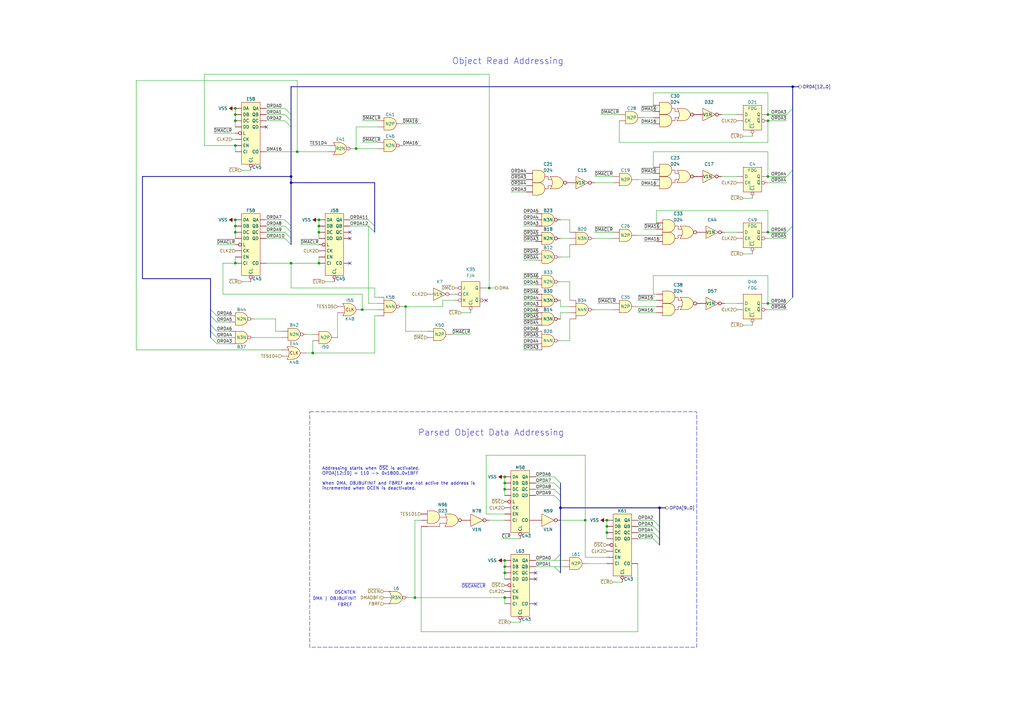
<source format=kicad_sch>
(kicad_sch (version 20231120) (generator "eeschema") (generator_version "8.0")
  (paper "A3")
  (title_block (title "Konami 007783") (date "2023-10-10"))
  (lib_symbols
    (symbol "ga_fujitsu_av:C43"
      (property "Reference" "U" (at 0 13.97 0))
      (property "Value" "C43" (at 2.54 -13.97 0))
      (symbol "C43_1_1"
        (rectangle (start -3.81 12.7) (end 3.81 -12.7) (fill (type background)))
        (pin input line (at -6.35 -7.62 0) (length 2.54) (name "CI") (number ""))
        (pin input line (at -6.35 -2.54 0) (length 2.54) (name "CK") (number ""))
        (pin input inverted (at 0 -15.24 90) (length 2.54) (name "CL") (number ""))
        (pin output line (at 6.35 -7.62 180) (length 2.54) (name "CO") (number ""))
        (pin input line (at -6.35 10.16 0) (length 2.54) (name "DA") (number ""))
        (pin input line (at -6.35 7.62 0) (length 2.54) (name "DB") (number ""))
        (pin input line (at -6.35 5.08 0) (length 2.54) (name "DC") (number ""))
        (pin input line (at -6.35 2.54 0) (length 2.54) (name "DD") (number ""))
        (pin input line (at -6.35 -5.08 0) (length 2.54) (name "EN") (number ""))
        (pin input inverted (at -6.35 0 0) (length 2.54) (name "L") (number ""))
        (pin output line (at 6.35 10.16 180) (length 2.54) (name "QA") (number ""))
        (pin output line (at 6.35 7.62 180) (length 2.54) (name "QB") (number ""))
        (pin output line (at 6.35 5.08 180) (length 2.54) (name "QC") (number ""))
        (pin output line (at 6.35 2.54 180) (length 2.54) (name "QD") (number ""))
      )
    )
    (symbol "ga_fujitsu_av:C45"
      (property "Reference" "U" (at 0 13.97 0))
      (property "Value" "C45" (at 2.54 -13.97 0))
      (symbol "C45_1_1"
        (rectangle (start -3.81 12.7) (end 3.81 -12.7) (fill (type background)))
        (pin input line (at -6.35 10.16 0) (length 2.54) (name "DA") (number "1"))
        (pin output line (at 6.35 10.16 180) (length 2.54) (name "QA") (number "10"))
        (pin output line (at 6.35 7.62 180) (length 2.54) (name "QB") (number "11"))
        (pin output line (at 6.35 5.08 180) (length 2.54) (name "QC") (number "12"))
        (pin output line (at 6.35 2.54 180) (length 2.54) (name "QD") (number "13"))
        (pin output line (at 6.35 -7.62 180) (length 2.54) (name "CO") (number "14"))
        (pin input line (at -6.35 7.62 0) (length 2.54) (name "DB") (number "2"))
        (pin input line (at -6.35 5.08 0) (length 2.54) (name "DC") (number "3"))
        (pin input line (at -6.35 2.54 0) (length 2.54) (name "DD") (number "4"))
        (pin input inverted (at -6.35 0 0) (length 2.54) (name "L") (number "5"))
        (pin input line (at -6.35 -2.54 0) (length 2.54) (name "CK") (number "6"))
        (pin input line (at -6.35 -5.08 0) (length 2.54) (name "EN") (number "7"))
        (pin input line (at -6.35 -7.62 0) (length 2.54) (name "CI") (number "8"))
        (pin input inverted (at 0 -15.24 90) (length 2.54) (name "CL") (number "9"))
      )
    )
    (symbol "ga_fujitsu_av:D23"
      (property "Reference" "U" (at 0 6.35 0))
      (property "Value" "D23" (at 0 3.81 0))
      (symbol "D23_1_1"
        (arc (start -3.81 -1.27) (mid -2.0837 -0.4563) (end -1.27 1.27) (fill (type background)))
        (arc (start -1.27 1.27) (mid -2.0139 3.0661) (end -3.81 3.81) (fill (type background)))
        (polyline (pts (xy 3.175 -2.54) (xy 0.889 -2.54)) (fill (type outline)))
        (polyline (pts (xy 3.175 2.54) (xy 0.889 2.54)) (fill (type background)))
        (polyline (pts (xy -1.27 1.27) (xy -0.635 1.27) (xy 1.524 1.27)))
        (polyline (pts (xy -3.81 3.81) (xy -6.35 3.81) (xy -6.35 -1.27) (xy -3.81 -1.27)) (fill (type background)))
        (polyline (pts (xy -6.35 -2.54) (xy -1.27 -2.54) (xy -1.27 -1.27) (xy 1.27 -1.27) (xy 1.524 -1.27)))
        (polyline (pts (xy 3.175 2.54) (xy 0.889 2.54) (xy 1.27 1.905) (xy 1.524 1.27) (xy 1.651 0.762) (xy 1.7018 0.4572) (xy 1.7272 0.1778) (xy 1.7272 -0.127) (xy 1.6764 -0.6604) (xy 1.6002 -1.016) (xy 1.4986 -1.3716) (xy 1.3716 -1.6764) (xy 1.1938 -2.0574) (xy 1.016 -2.3368) (xy 0.889 -2.54) (xy 3.175 -2.54)) (stroke (width -0.0001)) (fill (type background)))
        (arc (start 0.8973 -2.5398) (mid 1.7338 0.0001) (end 0.8971 2.54))
        (arc (start 3.175 -2.54) (mid 5.2091 -1.8283) (end 6.35 0) (fill (type background)))
        (arc (start 6.35 0) (mid 5.2094 1.8286) (end 3.175 2.54) (fill (type background)))
        (pin input line (at -8.89 -2.54 0) (length 2.54) (name "") (number ""))
        (pin input line (at -8.89 0 0) (length 2.54) (name "") (number ""))
        (pin input line (at -8.89 2.54 0) (length 2.54) (name "") (number ""))
        (pin output inverted (at 8.89 0 180) (length 2.54) (name "") (number ""))
      )
    )
    (symbol "ga_fujitsu_av:D24"
      (property "Reference" "U" (at 1.27 2.54 0))
      (property "Value" "D24" (at 1.27 -5.08 0))
      (symbol "D24_1_1"
        (arc (start -3.81 -6.35) (mid -2.0837 -5.5363) (end -1.27 -3.81) (fill (type background)))
        (arc (start -3.81 -1.27) (mid -2.0837 -0.4563) (end -1.27 1.27) (fill (type background)))
        (arc (start -1.27 -3.81) (mid -2.0139 -2.0139) (end -3.81 -1.27) (fill (type background)))
        (arc (start -1.27 1.27) (mid -2.0139 3.0661) (end -3.81 3.81) (fill (type background)))
        (polyline (pts (xy 3.175 -3.81) (xy 0.889 -3.81)) (fill (type outline)))
        (polyline (pts (xy 3.175 1.27) (xy 0.889 1.27)) (fill (type background)))
        (polyline (pts (xy -3.81 -1.27) (xy -6.35 -1.27) (xy -6.35 -6.35) (xy -3.81 -6.35)) (fill (type background)))
        (polyline (pts (xy -3.81 3.81) (xy -6.35 3.81) (xy -6.35 -1.27) (xy -3.81 -1.27)) (fill (type background)))
        (polyline (pts (xy -1.27 -3.81) (xy 0 -3.81) (xy 0 -2.54) (xy 1.524 -2.54)))
        (polyline (pts (xy -1.27 1.27) (xy 0 1.27) (xy 0 0) (xy 1.524 0)))
        (polyline (pts (xy 3.175 1.27) (xy 0.889 1.27) (xy 1.27 0.635) (xy 1.524 0) (xy 1.651 -0.508) (xy 1.7018 -0.8128) (xy 1.7272 -1.0922) (xy 1.7272 -1.397) (xy 1.6764 -1.9304) (xy 1.6002 -2.286) (xy 1.4986 -2.6416) (xy 1.3716 -2.9464) (xy 1.1938 -3.3274) (xy 1.016 -3.6068) (xy 0.889 -3.81) (xy 3.175 -3.81)) (stroke (width -0.0001)) (fill (type background)))
        (arc (start 0.8973 -3.8098) (mid 1.7338 -1.2699) (end 0.8971 1.27))
        (arc (start 3.175 -3.81) (mid 5.2091 -3.0983) (end 6.35 -1.27) (fill (type background)))
        (arc (start 6.35 -1.27) (mid 5.2094 0.5586) (end 3.175 1.27) (fill (type background)))
        (pin input line (at -8.89 -5.08 0) (length 2.54) (name "") (number ""))
        (pin input line (at -8.89 -2.54 0) (length 2.54) (name "") (number ""))
        (pin input line (at -8.89 0 0) (length 2.54) (name "") (number ""))
        (pin input line (at -8.89 2.54 0) (length 2.54) (name "") (number ""))
        (pin output inverted (at 8.89 -1.27 180) (length 2.54) (name "") (number ""))
      )
    )
    (symbol "ga_fujitsu_av:FDG"
      (property "Reference" "U" (at 0 6.35 0))
      (property "Value" "FDG" (at 0 3.81 0))
      (symbol "FDG_1_1"
        (rectangle (start -3.81 5.08) (end 3.81 -5.08) (fill (type background)))
        (pin input line (at -6.35 -1.27 0) (length 2.54) (name "CK") (number ""))
        (pin input line (at -6.35 1.27 0) (length 2.54) (name "D") (number ""))
        (pin output line (at 6.35 1.27 180) (length 2.54) (name "Q") (number ""))
        (pin input inverted (at 0 -7.62 90) (length 2.54) (name "~{CL}") (number ""))
        (pin output inverted (at 6.35 -1.27 180) (length 2.54) (name "~{Q}") (number ""))
      )
    )
    (symbol "ga_fujitsu_av:FJ4"
      (property "Reference" "U" (at 1.27 5.08 0))
      (property "Value" "FJ4" (at 2.54 -7.62 0))
      (symbol "FJ4_1_1"
        (rectangle (start -3.81 3.81) (end 3.81 -6.35) (fill (type background)))
        (pin input inverted (at -6.35 -1.27 0) (length 2.54) (name "CK") (number ""))
        (pin input inverted (at 0 -8.89 90) (length 2.54) (name "CL") (number ""))
        (pin input inverted (at -6.35 1.27 0) (length 2.54) (name "J") (number ""))
        (pin input inverted (at -6.35 -3.81 0) (length 2.54) (name "K") (number ""))
        (pin output line (at 6.35 1.27 180) (length 2.54) (name "Q") (number ""))
        (pin output inverted (at 6.35 -3.81 180) (length 2.54) (name "~{Q}") (number ""))
      )
    )
    (symbol "ga_fujitsu_av:K4B"
      (property "Reference" "U" (at 0 3.81 0))
      (property "Value" "K4B" (at 0 -3.81 0))
      (symbol "K4B_1_1"
        (arc (start -2.9127 -2.5398) (mid -2.0762 0.0001) (end -2.9129 2.54))
        (arc (start -0.635 -2.54) (mid 1.3992 -1.8283) (end 2.54 0) (fill (type background)))
        (polyline (pts (xy -0.635 -2.54) (xy -2.921 -2.54)) (fill (type outline)))
        (polyline (pts (xy -0.635 2.54) (xy -2.921 2.54)) (fill (type background)))
        (polyline (pts (xy -0.635 2.54) (xy -2.921 2.54) (xy -2.54 1.905) (xy -2.286 1.27) (xy -2.159 0.762) (xy -2.1082 0.4572) (xy -2.0828 0.1778) (xy -2.0828 -0.127) (xy -2.1336 -0.6604) (xy -2.2098 -1.016) (xy -2.3114 -1.3716) (xy -2.4384 -1.6764) (xy -2.6162 -2.0574) (xy -2.794 -2.3368) (xy -2.921 -2.54) (xy -0.635 -2.54)) (stroke (width -0.0001)) (fill (type background)))
        (arc (start 2.54 0) (mid 1.3994 1.8287) (end -0.635 2.54) (fill (type background)))
        (text "CLK" (at 0 0 0) (effects (font (size 1.27 1.27))))
        (pin input line (at -5.08 -1.27 0) (length 2.794) (name "") (number ""))
        (pin input line (at -5.08 1.27 0) (length 2.794) (name "") (number ""))
        (pin output line (at 5.08 0 180) (length 2.54) (name "") (number ""))
      )
    )
    (symbol "ga_fujitsu_av:N2N"
      (property "Reference" "U" (at 0 3.81 0))
      (property "Value" "N2N" (at 0 0 0))
      (symbol "N2N_1_1"
        (arc (start 0 -2.54) (mid 1.7263 -1.7263) (end 2.54 0) (fill (type background)))
        (polyline (pts (xy 0 2.54) (xy -2.54 2.54) (xy -2.54 -2.54) (xy 0 -2.54)) (fill (type background)))
        (arc (start 2.54 0) (mid 1.7961 1.7961) (end 0 2.54) (fill (type background)))
        (pin input line (at -5.08 -1.27 0) (length 2.54) (name "") (number ""))
        (pin input line (at -5.08 1.27 0) (length 2.54) (name "") (number ""))
        (pin output inverted (at 5.08 0 180) (length 2.54) (name "") (number ""))
      )
    )
    (symbol "ga_fujitsu_av:N2P"
      (property "Reference" "U" (at 0 3.81 0))
      (property "Value" "N2P" (at 0 0 0))
      (symbol "N2P_1_1"
        (arc (start 0 -2.54) (mid 1.7263 -1.7263) (end 2.54 0) (fill (type background)))
        (polyline (pts (xy 0 2.54) (xy -2.54 2.54) (xy -2.54 -2.54) (xy 0 -2.54)) (fill (type background)))
        (arc (start 2.54 0) (mid 1.7961 1.7961) (end 0 2.54) (fill (type background)))
        (pin input line (at -5.08 -1.27 0) (length 2.54) (name "") (number ""))
        (pin input line (at -5.08 1.27 0) (length 2.54) (name "") (number ""))
        (pin output line (at 5.08 0 180) (length 2.54) (name "") (number ""))
      )
    )
    (symbol "ga_fujitsu_av:N3N"
      (property "Reference" "U" (at -1.27 3.81 0))
      (property "Value" "N3N" (at 2.54 3.81 0))
      (symbol "N3N_1_1"
        (arc (start 0 -2.54) (mid 1.7263 -1.7263) (end 2.54 0) (fill (type background)))
        (polyline (pts (xy 0 2.54) (xy -2.54 2.54) (xy -2.54 -2.54) (xy 0 -2.54)) (fill (type background)))
        (arc (start 2.54 0) (mid 1.7961 1.7961) (end 0 2.54) (fill (type background)))
        (pin input line (at -5.08 -2.54 0) (length 2.54) (name "") (number ""))
        (pin input line (at -5.08 0 0) (length 2.54) (name "") (number ""))
        (pin input line (at -5.08 2.54 0) (length 2.54) (name "") (number ""))
        (pin output inverted (at 5.08 0 180) (length 2.54) (name "") (number ""))
      )
    )
    (symbol "ga_fujitsu_av:N4N"
      (property "Reference" "U" (at 1.27 3.81 0))
      (property "Value" "N4N" (at 1.27 0 0))
      (symbol "N4N_0_1"
        (polyline (pts (xy -1.27 -2.54) (xy -1.27 -3.81)))
        (polyline (pts (xy -1.27 2.54) (xy -1.27 3.81)))
      )
      (symbol "N4N_1_1"
        (polyline (pts (xy 1.27 2.54) (xy -1.27 2.54) (xy -1.27 -2.54) (xy 1.27 -2.54)) (fill (type background)))
        (arc (start 1.27 -2.54) (mid 2.9963 -1.7263) (end 3.81 0) (fill (type background)))
        (arc (start 3.81 0) (mid 3.0661 1.7961) (end 1.27 2.54) (fill (type background)))
        (pin input line (at -3.81 -3.81 0) (length 2.54) (name "") (number ""))
        (pin input line (at -3.81 -1.27 0) (length 2.54) (name "") (number ""))
        (pin input line (at -3.81 1.27 0) (length 2.54) (name "") (number ""))
        (pin input line (at -3.81 3.81 0) (length 2.54) (name "") (number ""))
        (pin output inverted (at 6.35 0 180) (length 2.54) (name "") (number ""))
      )
    )
    (symbol "ga_fujitsu_av:R2N"
      (property "Reference" "U" (at 0 3.81 0))
      (property "Value" "R2N" (at 0 0 0))
      (symbol "R2N_1_1"
        (arc (start -2.9127 -2.5398) (mid -2.0762 0.0001) (end -2.9129 2.54))
        (arc (start -0.635 -2.54) (mid 1.3992 -1.8283) (end 2.54 0) (fill (type background)))
        (polyline (pts (xy -0.635 -2.54) (xy -2.921 -2.54)) (fill (type outline)))
        (polyline (pts (xy -0.635 2.54) (xy -2.921 2.54)) (fill (type background)))
        (polyline (pts (xy -0.635 2.54) (xy -2.921 2.54) (xy -2.54 1.905) (xy -2.286 1.27) (xy -2.159 0.762) (xy -2.1082 0.4572) (xy -2.0828 0.1778) (xy -2.0828 -0.127) (xy -2.1336 -0.6604) (xy -2.2098 -1.016) (xy -2.3114 -1.3716) (xy -2.4384 -1.6764) (xy -2.6162 -2.0574) (xy -2.794 -2.3368) (xy -2.921 -2.54) (xy -0.635 -2.54)) (stroke (width -0.0001)) (fill (type background)))
        (arc (start 2.54 0) (mid 1.3994 1.8287) (end -0.635 2.54) (fill (type background)))
        (pin input line (at -5.08 -1.27 0) (length 2.794) (name "") (number ""))
        (pin input line (at -5.08 1.27 0) (length 2.794) (name "") (number ""))
        (pin output inverted (at 5.08 0 180) (length 2.54) (name "") (number ""))
      )
    )
    (symbol "ga_fujitsu_av:R3N"
      (property "Reference" "U" (at 0 3.81 0))
      (property "Value" "R3N" (at 0 0 0))
      (symbol "R3N_0_1"
        (polyline (pts (xy -2.286 0) (xy -2.159 0)))
      )
      (symbol "R3N_1_1"
        (arc (start -2.9127 -2.5398) (mid -2.0762 0.0001) (end -2.9129 2.54))
        (arc (start -0.635 -2.54) (mid 1.3992 -1.8283) (end 2.54 0) (fill (type background)))
        (polyline (pts (xy -0.635 -2.54) (xy -2.921 -2.54)) (fill (type outline)))
        (polyline (pts (xy -0.635 2.54) (xy -2.921 2.54)) (fill (type background)))
        (polyline (pts (xy -0.635 2.54) (xy -2.921 2.54) (xy -2.54 1.905) (xy -2.286 1.27) (xy -2.159 0.762) (xy -2.1082 0.4572) (xy -2.0828 0.1778) (xy -2.0828 -0.127) (xy -2.1336 -0.6604) (xy -2.2098 -1.016) (xy -2.3114 -1.3716) (xy -2.4384 -1.6764) (xy -2.6162 -2.0574) (xy -2.794 -2.3368) (xy -2.921 -2.54) (xy -0.635 -2.54)) (stroke (width -0.0001)) (fill (type background)))
        (arc (start 2.54 0) (mid 1.3994 1.8287) (end -0.635 2.54) (fill (type background)))
        (pin input line (at -5.08 -2.54 0) (length 2.794) (name "") (number ""))
        (pin input line (at -5.08 0 0) (length 2.794) (name "") (number ""))
        (pin input line (at -5.08 2.54 0) (length 2.794) (name "") (number ""))
        (pin output inverted (at 5.08 0 180) (length 2.54) (name "") (number ""))
      )
    )
    (symbol "ga_fujitsu_av:V1N"
      (property "Reference" "U" (at 0 2.54 0))
      (property "Value" "V1N" (at 0 -3.81 0))
      (symbol "V1N_1_1"
        (polyline (pts (xy -2.54 2.54) (xy -2.54 -2.54) (xy 2.54 0) (xy -2.54 2.54)) (fill (type background)))
        (pin input line (at -5.08 0 0) (length 2.54) (name "") (number ""))
        (pin output inverted (at 5.08 0 180) (length 2.54) (name "") (number ""))
      )
    )
    (symbol "power:VSS" (power) (pin_names (offset 0))
      (property "Value" "VSS" (at 0 3.81 0))
      (symbol "VSS_0_1"
        (polyline (pts (xy 0 0) (xy 0 2.54)))
        (polyline (pts (xy 0.762 1.27) (xy -0.762 1.27) (xy 0 2.54) (xy 0.762 1.27)) (fill (type outline)))
      )
      (symbol "VSS_1_1"
        (pin power_in line (at 0 0 90) (length 0) hide (name "VSS") (number "1"))
      )
    )
  )
  (junction (at 96.52 44.45))
  (junction (at 207.01 229.87))
  (junction (at 130.81 107.95))
  (junction (at 96.52 49.53))
  (junction (at 119.38 107.95))
  (junction (at 207.01 195.58))
  (junction (at 314.96 124.46))
  (junction (at 207.01 245.11))
  (junction (at 248.92 215.9))
  (junction (at 229.87 208.28))
  (junction (at 270.51 208.28))
  (junction (at 200.66 118.11))
  (junction (at 325.12 35.56))
  (junction (at 166.37 125.73))
  (junction (at 96.52 46.99))
  (junction (at 148.59 127))
  (junction (at 130.81 90.17))
  (junction (at 130.81 95.25))
  (junction (at 207.01 234.95))
  (junction (at 207.01 198.12))
  (junction (at 119.38 72.39))
  (junction (at 121.92 62.23))
  (junction (at 248.92 218.44))
  (junction (at 96.52 90.17))
  (junction (at 314.96 49.53))
  (junction (at 248.92 213.36))
  (junction (at 128.27 144.78))
  (junction (at 96.52 59.69))
  (junction (at 240.03 213.36))
  (junction (at 314.96 72.39))
  (junction (at 207.01 232.41))
  (junction (at 119.38 74.93))
  (junction (at 146.05 60.96))
  (junction (at 314.96 95.25))
  (junction (at 96.52 95.25))
  (junction (at 96.52 107.95))
  (junction (at 207.01 200.66))
  (junction (at 170.18 245.11))
  (junction (at 314.96 46.99))
  (junction (at 96.52 92.71))
  (junction (at 130.81 92.71))
  (no_connect (at 143.51 107.95))
  (no_connect (at 143.51 97.79))
  (no_connect (at 143.51 95.25))
  (no_connect (at 109.22 52.07))
  (no_connect (at 219.71 237.49))
  (no_connect (at 219.71 247.65))
  (no_connect (at 219.71 234.95))
  (no_connect (at 199.39 123.19))
  (bus_entry (at 116.84 97.79) (size 2.54 2.54))
  (bus_entry (at 86.36 135.89) (size 2.54 2.54))
  (bus_entry (at 322.58 46.99) (size 2.54 -2.54))
  (bus_entry (at 227.33 229.87) (size 2.54 -2.54))
  (bus_entry (at 267.97 220.98) (size 2.54 2.54))
  (bus_entry (at 322.58 124.46) (size 2.54 -2.54))
  (bus_entry (at 267.97 218.44) (size 2.54 2.54))
  (bus_entry (at 116.84 90.17) (size 2.54 2.54))
  (bus_entry (at 151.13 90.17) (size 2.54 2.54))
  (bus_entry (at 227.33 200.66) (size 2.54 2.54))
  (bus_entry (at 86.36 129.54) (size 2.54 2.54))
  (bus_entry (at 86.36 127) (size 2.54 2.54))
  (bus_entry (at 322.58 95.25) (size 2.54 -2.54))
  (bus_entry (at 116.84 44.45) (size 2.54 2.54))
  (bus_entry (at 267.97 213.36) (size 2.54 2.54))
  (bus_entry (at 116.84 95.25) (size 2.54 2.54))
  (bus_entry (at 227.33 203.2) (size 2.54 2.54))
  (bus_entry (at 86.36 133.35) (size 2.54 2.54))
  (bus_entry (at 151.13 92.71) (size 2.54 2.54))
  (bus_entry (at 322.58 72.39) (size 2.54 -2.54))
  (bus_entry (at 227.33 232.41) (size 2.54 2.54))
  (bus_entry (at 86.36 138.43) (size 2.54 2.54))
  (bus_entry (at 267.97 215.9) (size 2.54 2.54))
  (bus_entry (at 116.84 49.53) (size 2.54 2.54))
  (bus_entry (at 116.84 92.71) (size 2.54 2.54))
  (bus_entry (at 227.33 195.58) (size 2.54 2.54))
  (bus_entry (at 227.33 198.12) (size 2.54 2.54))
  (bus_entry (at 116.84 46.99) (size 2.54 2.54))
  (wire (pts (xy 267.97 113.03) (xy 267.97 120.65)))
  (wire (pts (xy 245.11 124.46) (xy 251.46 124.46)))
  (wire (pts (xy 248.92 213.36) (xy 248.92 215.9)))
  (wire (pts (xy 233.68 139.7) (xy 233.68 130.81)))
  (wire (pts (xy 269.24 86.36) (xy 269.24 91.44)))
  (wire (pts (xy 261.62 231.14) (xy 261.62 259.08)))
  (wire (pts (xy 130.81 90.17) (xy 130.81 92.71)))
  (wire (pts (xy 146.05 60.96) (xy 154.94 60.96)))
  (wire (pts (xy 261.62 259.08) (xy 172.72 259.08)))
  (wire (pts (xy 261.62 220.98) (xy 267.97 220.98)))
  (wire (pts (xy 200.66 118.11) (xy 199.39 118.11)))
  (wire (pts (xy 205.74 220.98) (xy 213.36 220.98)))
  (wire (pts (xy 153.67 121.92) (xy 154.94 121.92)))
  (wire (pts (xy 229.87 139.7) (xy 233.68 139.7)))
  (bus (pts (xy 270.51 208.28) (xy 273.05 208.28)))
  (wire (pts (xy 207.01 198.12) (xy 207.01 200.66)))
  (bus (pts (xy 325.12 92.71) (xy 325.12 69.85)))
  (wire (pts (xy 83.82 59.69) (xy 96.52 59.69)))
  (wire (pts (xy 314.96 124.46) (xy 322.58 124.46)))
  (wire (pts (xy 314.96 38.1) (xy 267.97 38.1)))
  (wire (pts (xy 214.63 143.51) (xy 219.71 143.51)))
  (wire (pts (xy 264.16 99.06) (xy 269.24 99.06)))
  (bus (pts (xy 119.38 72.39) (xy 119.38 74.93)))
  (wire (pts (xy 200.66 118.11) (xy 200.66 30.48)))
  (wire (pts (xy 219.71 203.2) (xy 227.33 203.2)))
  (wire (pts (xy 240.03 213.36) (xy 240.03 186.69)))
  (bus (pts (xy 229.87 198.12) (xy 229.87 200.66)))
  (wire (pts (xy 314.96 49.53) (xy 322.58 49.53)))
  (wire (pts (xy 109.22 107.95) (xy 119.38 107.95)))
  (wire (pts (xy 240.03 186.69) (xy 199.39 186.69)))
  (wire (pts (xy 128.27 144.78) (xy 125.73 144.78)))
  (wire (pts (xy 165.1 59.69) (xy 172.72 59.69)))
  (wire (pts (xy 314.96 113.03) (xy 267.97 113.03)))
  (wire (pts (xy 264.16 93.98) (xy 269.24 93.98)))
  (wire (pts (xy 214.63 87.63) (xy 219.71 87.63)))
  (wire (pts (xy 243.84 72.39) (xy 251.46 72.39)))
  (wire (pts (xy 219.71 232.41) (xy 227.33 232.41)))
  (wire (pts (xy 246.38 46.99) (xy 254 46.99)))
  (wire (pts (xy 172.72 213.36) (xy 170.18 213.36)))
  (wire (pts (xy 304.8 55.88) (xy 308.61 55.88)))
  (wire (pts (xy 185.42 137.16) (xy 193.04 137.16)))
  (wire (pts (xy 148.59 127) (xy 154.94 127)))
  (wire (pts (xy 209.55 255.27) (xy 213.36 255.27)))
  (wire (pts (xy 96.52 44.45) (xy 96.52 46.99)))
  (wire (pts (xy 304.8 133.35) (xy 308.61 133.35)))
  (wire (pts (xy 304.8 81.28) (xy 308.61 81.28)))
  (wire (pts (xy 314.96 72.39) (xy 322.58 72.39)))
  (wire (pts (xy 96.52 49.53) (xy 96.52 52.07)))
  (wire (pts (xy 130.81 92.71) (xy 130.81 95.25)))
  (wire (pts (xy 207.01 195.58) (xy 207.01 198.12)))
  (wire (pts (xy 181.61 123.19) (xy 181.61 125.73)))
  (bus (pts (xy 58.42 72.39) (xy 119.38 72.39)))
  (wire (pts (xy 93.98 132.08) (xy 88.9 132.08)))
  (bus (pts (xy 229.87 203.2) (xy 229.87 205.74)))
  (wire (pts (xy 314.96 95.25) (xy 322.58 95.25)))
  (wire (pts (xy 128.27 144.78) (xy 153.67 144.78)))
  (wire (pts (xy 203.2 118.11) (xy 200.66 118.11)))
  (wire (pts (xy 172.72 259.08) (xy 172.72 215.9)))
  (bus (pts (xy 325.12 35.56) (xy 119.38 35.56)))
  (wire (pts (xy 214.63 138.43) (xy 219.71 138.43)))
  (wire (pts (xy 109.22 49.53) (xy 116.84 49.53)))
  (wire (pts (xy 229.87 128.27) (xy 233.68 128.27)))
  (wire (pts (xy 99.06 69.85) (xy 102.87 69.85)))
  (wire (pts (xy 99.06 115.57) (xy 102.87 115.57)))
  (wire (pts (xy 88.9 135.89) (xy 93.98 135.89)))
  (wire (pts (xy 261.62 96.52) (xy 269.24 96.52)))
  (wire (pts (xy 167.64 245.11) (xy 170.18 245.11)))
  (wire (pts (xy 96.52 59.69) (xy 96.52 62.23)))
  (wire (pts (xy 109.22 62.23) (xy 121.92 62.23)))
  (wire (pts (xy 233.68 115.57) (xy 233.68 123.19)))
  (wire (pts (xy 199.39 210.82) (xy 207.01 210.82)))
  (wire (pts (xy 153.67 118.11) (xy 153.67 121.92)))
  (wire (pts (xy 248.92 218.44) (xy 248.92 220.98)))
  (wire (pts (xy 87.63 54.61) (xy 96.52 54.61)))
  (wire (pts (xy 185.42 120.65) (xy 186.69 120.65)))
  (wire (pts (xy 261.62 215.9) (xy 267.97 215.9)))
  (wire (pts (xy 248.92 215.9) (xy 248.92 218.44)))
  (wire (pts (xy 146.05 52.07) (xy 154.94 52.07)))
  (wire (pts (xy 207.01 200.66) (xy 207.01 203.2)))
  (bus (pts (xy 86.36 135.89) (xy 86.36 133.35)))
  (wire (pts (xy 209.55 76.2) (xy 215.9 76.2)))
  (wire (pts (xy 267.97 38.1) (xy 267.97 43.18)))
  (wire (pts (xy 165.1 50.8) (xy 172.72 50.8)))
  (wire (pts (xy 209.55 73.66) (xy 215.9 73.66)))
  (wire (pts (xy 233.68 90.17) (xy 229.87 90.17)))
  (wire (pts (xy 219.71 198.12) (xy 227.33 198.12)))
  (wire (pts (xy 314.96 62.23) (xy 267.97 62.23)))
  (wire (pts (xy 143.51 90.17) (xy 151.13 90.17)))
  (wire (pts (xy 96.52 90.17) (xy 96.52 92.71)))
  (wire (pts (xy 186.69 123.19) (xy 181.61 123.19)))
  (bus (pts (xy 86.36 129.54) (xy 86.36 127)))
  (wire (pts (xy 261.62 218.44) (xy 267.97 218.44)))
  (wire (pts (xy 261.62 213.36) (xy 267.97 213.36)))
  (wire (pts (xy 199.39 186.69) (xy 199.39 210.82)))
  (wire (pts (xy 189.23 128.27) (xy 193.04 128.27)))
  (wire (pts (xy 207.01 229.87) (xy 207.01 232.41)))
  (wire (pts (xy 121.92 62.23) (xy 134.62 62.23)))
  (wire (pts (xy 127 59.69) (xy 134.62 59.69)))
  (wire (pts (xy 88.9 100.33) (xy 96.52 100.33)))
  (bus (pts (xy 229.87 200.66) (xy 229.87 203.2)))
  (wire (pts (xy 214.63 125.73) (xy 219.71 125.73)))
  (wire (pts (xy 121.92 62.23) (xy 121.92 33.02)))
  (wire (pts (xy 214.63 133.35) (xy 219.71 133.35)))
  (wire (pts (xy 262.89 45.72) (xy 267.97 45.72)))
  (wire (pts (xy 214.63 114.3) (xy 219.71 114.3)))
  (wire (pts (xy 233.68 105.41) (xy 233.68 100.33)))
  (wire (pts (xy 295.91 46.99) (xy 302.26 46.99)))
  (wire (pts (xy 207.01 245.11) (xy 207.01 247.65)))
  (wire (pts (xy 151.13 92.71) (xy 151.13 124.46)))
  (wire (pts (xy 148.59 127) (xy 148.59 120.65)))
  (wire (pts (xy 214.63 140.97) (xy 219.71 140.97)))
  (wire (pts (xy 55.88 143.51) (xy 115.57 143.51)))
  (wire (pts (xy 261.62 128.27) (xy 269.24 128.27)))
  (wire (pts (xy 95.25 57.15) (xy 96.52 57.15)))
  (wire (pts (xy 175.26 135.89) (xy 166.37 135.89)))
  (wire (pts (xy 104.14 138.43) (xy 115.57 138.43)))
  (wire (pts (xy 146.05 52.07) (xy 146.05 60.96)))
  (wire (pts (xy 166.37 125.73) (xy 165.1 125.73)))
  (bus (pts (xy 270.51 215.9) (xy 270.51 208.28)))
  (wire (pts (xy 207.01 234.95) (xy 207.01 237.49)))
  (wire (pts (xy 314.96 127) (xy 322.58 127)))
  (bus (pts (xy 119.38 49.53) (xy 119.38 52.07)))
  (wire (pts (xy 91.44 107.95) (xy 96.52 107.95)))
  (wire (pts (xy 109.22 90.17) (xy 116.84 90.17)))
  (wire (pts (xy 233.68 90.17) (xy 233.68 95.25)))
  (wire (pts (xy 119.38 107.95) (xy 130.81 107.95)))
  (wire (pts (xy 261.62 125.73) (xy 269.24 125.73)))
  (wire (pts (xy 109.22 95.25) (xy 116.84 95.25)))
  (wire (pts (xy 214.63 123.19) (xy 219.71 123.19)))
  (wire (pts (xy 229.87 125.73) (xy 233.68 125.73)))
  (bus (pts (xy 86.36 127) (xy 86.36 114.3)))
  (wire (pts (xy 229.87 105.41) (xy 233.68 105.41)))
  (wire (pts (xy 88.9 129.54) (xy 93.98 129.54)))
  (bus (pts (xy 119.38 52.07) (xy 119.38 72.39)))
  (wire (pts (xy 138.43 138.43) (xy 138.43 128.27)))
  (bus (pts (xy 86.36 114.3) (xy 58.42 114.3)))
  (wire (pts (xy 133.35 115.57) (xy 137.16 115.57)))
  (bus (pts (xy 119.38 74.93) (xy 119.38 92.71)))
  (wire (pts (xy 261.62 123.19) (xy 269.24 123.19)))
  (wire (pts (xy 314.96 46.99) (xy 322.58 46.99)))
  (bus (pts (xy 325.12 35.56) (xy 327.66 35.56)))
  (bus (pts (xy 270.51 223.52) (xy 270.51 220.98)))
  (bus (pts (xy 86.36 138.43) (xy 86.36 135.89)))
  (wire (pts (xy 109.22 92.71) (xy 116.84 92.71)))
  (wire (pts (xy 148.59 120.65) (xy 91.44 120.65)))
  (wire (pts (xy 227.33 232.41) (xy 231.14 232.41)))
  (wire (pts (xy 314.96 74.93) (xy 322.58 74.93)))
  (wire (pts (xy 109.22 97.79) (xy 116.84 97.79)))
  (wire (pts (xy 229.87 115.57) (xy 233.68 115.57)))
  (wire (pts (xy 128.27 139.7) (xy 128.27 144.78)))
  (wire (pts (xy 119.38 118.11) (xy 119.38 107.95)))
  (wire (pts (xy 113.03 130.81) (xy 113.03 135.89)))
  (wire (pts (xy 104.14 130.81) (xy 113.03 130.81)))
  (wire (pts (xy 243.84 127) (xy 251.46 127)))
  (wire (pts (xy 229.87 97.79) (xy 233.68 97.79)))
  (bus (pts (xy 325.12 69.85) (xy 325.12 44.45)))
  (wire (pts (xy 125.73 137.16) (xy 128.27 137.16)))
  (wire (pts (xy 214.63 99.06) (xy 219.71 99.06)))
  (wire (pts (xy 251.46 238.76) (xy 255.27 238.76)))
  (wire (pts (xy 261.62 73.66) (xy 267.97 73.66)))
  (wire (pts (xy 55.88 33.02) (xy 55.88 143.51)))
  (bus (pts (xy 229.87 205.74) (xy 229.87 208.28)))
  (wire (pts (xy 153.67 129.54) (xy 154.94 129.54)))
  (wire (pts (xy 214.63 135.89) (xy 219.71 135.89)))
  (wire (pts (xy 96.52 46.99) (xy 96.52 49.53)))
  (bus (pts (xy 86.36 133.35) (xy 86.36 129.54)))
  (bus (pts (xy 119.38 95.25) (xy 119.38 97.79)))
  (bus (pts (xy 270.51 220.98) (xy 270.51 218.44)))
  (bus (pts (xy 119.38 35.56) (xy 119.38 46.99)))
  (wire (pts (xy 219.71 229.87) (xy 227.33 229.87)))
  (wire (pts (xy 240.03 213.36) (xy 240.03 228.6)))
  (wire (pts (xy 144.78 60.96) (xy 146.05 60.96)))
  (bus (pts (xy 270.51 208.28) (xy 229.87 208.28)))
  (wire (pts (xy 143.51 92.71) (xy 151.13 92.71)))
  (wire (pts (xy 200.66 213.36) (xy 207.01 213.36)))
  (wire (pts (xy 229.87 123.19) (xy 229.87 125.73)))
  (wire (pts (xy 314.96 86.36) (xy 269.24 86.36)))
  (wire (pts (xy 214.63 90.17) (xy 219.71 90.17)))
  (bus (pts (xy 153.67 95.25) (xy 153.67 92.71)))
  (wire (pts (xy 219.71 195.58) (xy 227.33 195.58)))
  (wire (pts (xy 207.01 232.41) (xy 207.01 234.95)))
  (bus (pts (xy 119.38 97.79) (xy 119.38 100.33)))
  (wire (pts (xy 219.71 200.66) (xy 227.33 200.66)))
  (bus (pts (xy 229.87 208.28) (xy 229.87 227.33)))
  (wire (pts (xy 83.82 30.48) (xy 83.82 59.69)))
  (wire (pts (xy 109.22 46.99) (xy 116.84 46.99)))
  (wire (pts (xy 314.96 97.79) (xy 322.58 97.79)))
  (wire (pts (xy 209.55 78.74) (xy 215.9 78.74)))
  (wire (pts (xy 130.81 105.41) (xy 130.81 107.95)))
  (wire (pts (xy 200.66 30.48) (xy 83.82 30.48)))
  (wire (pts (xy 254 58.42) (xy 254 49.53)))
  (wire (pts (xy 295.91 72.39) (xy 302.26 72.39)))
  (wire (pts (xy 304.8 104.14) (xy 308.61 104.14)))
  (wire (pts (xy 214.63 116.84) (xy 219.71 116.84)))
  (wire (pts (xy 227.33 229.87) (xy 231.14 229.87)))
  (bus (pts (xy 325.12 44.45) (xy 325.12 35.56)))
  (wire (pts (xy 214.63 130.81) (xy 219.71 130.81)))
  (wire (pts (xy 243.84 97.79) (xy 251.46 97.79)))
  (wire (pts (xy 267.97 62.23) (xy 267.97 68.58)))
  (wire (pts (xy 314.96 58.42) (xy 254 58.42)))
  (wire (pts (xy 113.03 135.89) (xy 115.57 135.89)))
  (wire (pts (xy 209.55 71.12) (xy 215.9 71.12)))
  (wire (pts (xy 88.9 138.43) (xy 93.98 138.43)))
  (bus (pts (xy 119.38 46.99) (xy 119.38 49.53)))
  (bus (pts (xy 153.67 92.71) (xy 153.67 74.93)))
  (wire (pts (xy 264.16 48.26) (xy 267.97 48.26)))
  (wire (pts (xy 240.03 228.6) (xy 248.92 228.6)))
  (wire (pts (xy 109.22 44.45) (xy 116.84 44.45)))
  (bus (pts (xy 119.38 92.71) (xy 119.38 95.25)))
  (wire (pts (xy 91.44 120.65) (xy 91.44 107.95)))
  (wire (pts (xy 243.84 95.25) (xy 251.46 95.25)))
  (wire (pts (xy 96.52 105.41) (xy 96.52 107.95)))
  (wire (pts (xy 170.18 213.36) (xy 170.18 245.11)))
  (wire (pts (xy 297.18 95.25) (xy 302.26 95.25)))
  (bus (pts (xy 58.42 114.3) (xy 58.42 72.39)))
  (wire (pts (xy 88.9 140.97) (xy 93.98 140.97)))
  (wire (pts (xy 262.89 71.12) (xy 267.97 71.12)))
  (wire (pts (xy 214.63 120.65) (xy 219.71 120.65)))
  (wire (pts (xy 153.67 144.78) (xy 153.67 129.54)))
  (wire (pts (xy 214.63 106.68) (xy 219.71 106.68)))
  (wire (pts (xy 166.37 135.89) (xy 166.37 125.73)))
  (wire (pts (xy 314.96 95.25) (xy 314.96 86.36)))
  (wire (pts (xy 267.97 120.65) (xy 269.24 120.65)))
  (wire (pts (xy 96.52 95.25) (xy 96.52 97.79)))
  (wire (pts (xy 314.96 46.99) (xy 314.96 38.1)))
  (bus (pts (xy 153.67 74.93) (xy 119.38 74.93)))
  (wire (pts (xy 96.52 92.71) (xy 96.52 95.25)))
  (bus (pts (xy 270.51 218.44) (xy 270.51 215.9)))
  (wire (pts (xy 243.84 74.93) (xy 251.46 74.93)))
  (wire (pts (xy 214.63 92.71) (xy 219.71 92.71)))
  (wire (pts (xy 119.38 118.11) (xy 153.67 118.11)))
  (wire (pts (xy 314.96 113.03) (xy 314.96 124.46)))
  (wire (pts (xy 229.87 130.81) (xy 229.87 128.27)))
  (wire (pts (xy 123.19 100.33) (xy 130.81 100.33)))
  (wire (pts (xy 148.59 58.42) (xy 154.94 58.42)))
  (bus (pts (xy 229.87 227.33) (xy 229.87 234.95)))
  (wire (pts (xy 297.18 124.46) (xy 302.26 124.46)))
  (wire (pts (xy 262.89 50.8) (xy 267.97 50.8)))
  (wire (pts (xy 229.87 213.36) (xy 240.03 213.36)))
  (wire (pts (xy 314.96 49.53) (xy 314.96 58.42)))
  (wire (pts (xy 166.37 125.73) (xy 181.61 125.73)))
  (wire (pts (xy 121.92 33.02) (xy 55.88 33.02)))
  (wire (pts (xy 262.89 76.2) (xy 267.97 76.2)))
  (wire (pts (xy 314.96 62.23) (xy 314.96 72.39)))
  (wire (pts (xy 241.3 231.14) (xy 248.92 231.14)))
  (bus (pts (xy 325.12 92.71) (xy 325.12 121.92)))
  (wire (pts (xy 130.81 95.25) (xy 130.81 97.79)))
  (wire (pts (xy 148.59 49.53) (xy 154.94 49.53)))
  (wire (pts (xy 214.63 104.14) (xy 219.71 104.14)))
  (wire (pts (xy 214.63 96.52) (xy 219.71 96.52)))
  (wire (pts (xy 170.18 245.11) (xy 207.01 245.11)))
  (wire (pts (xy 151.13 124.46) (xy 154.94 124.46)))
  (wire (pts (xy 214.63 128.27) (xy 219.71 128.27)))
  (rectangle (start 127 168.91) (end 285.75 265.43) (stroke (width 0) (type dash)))
  (text "DMA | OBJBUFINIT" (at 128.27 246.38 0) (effects (font (size 1.27 1.27)) (justify left bottom)))
  (text "FBREF" (at 138.43 248.92 0) (effects (font (size 1.27 1.27)) (justify left bottom)))
  (text "Addressing starts when ~{OSC} is activated.\nOPDA[12:10] = 110 -> 0x1800..0x1BFF\n\nWhen DMA, OBJBUFINIT and FBREF are not active the address is\nincremented when OCEN is deactivated.\n\n" (at 132.08 203.2 0) (effects (font (size 1.27 1.27)) (justify left bottom)))
  (text "Object Read Addressing" (at 185.42 26.67 0) (effects (font (size 2.54 2.54)) (justify left bottom)))
  (text "OSCNTEN" (at 137.16 243.84 0) (effects (font (size 1.27 1.27)) (justify left bottom)))
  (text "Parsed Object Data Addressing" (at 171.45 179.07 0) (effects (font (size 2.54 2.54)) (justify left bottom)))
  (text "~{OSCANCLR}" (at 189.23 241.3 0) (effects (font (size 1.27 1.27)) (justify left bottom)))
  (label "ORDA6" (at 88.9 129.54 0))
  (label "OPDA6" (at 219.71 195.58 0))
  (label "~{DMACLR}" (at 245.11 124.46 0))
  (label "~{DMA16}'" (at 264.16 93.98 0))
  (label "~{DMACLR}" (at 88.9 100.33 0))
  (label "~{ORDA5}" (at 214.63 104.14 0))
  (label "OPDA9" (at 219.71 203.2 0))
  (label "ORDA5" (at 88.9 132.08 0))
  (label "ORDA4" (at 209.55 71.12 0))
  (label "ORDA4" (at 214.63 140.97 0))
  (label "ORDA5" (at 214.63 87.63 0))
  (label "~{DMACLR}" (at 243.84 72.39 0))
  (label "OPDA0" (at 219.71 229.87 0))
  (label "DMA16'" (at 262.89 76.2 0))
  (label "~{ORDA5}" (at 214.63 96.52 0))
  (label "OPDA1" (at 219.71 232.41 0))
  (label "OPDA7" (at 219.71 198.12 0))
  (label "ORDA6" (at 214.63 128.27 0))
  (label "ORDA3" (at 214.63 92.71 0))
  (label "ORDA3" (at 88.9 140.97 0))
  (label "~{ORDA4}" (at 214.63 106.68 0))
  (label "ORDA5" (at 316.23 95.25 0))
  (label "OPDA3" (at 261.62 215.9 0))
  (label "~{DMA16}'" (at 262.89 71.12 0))
  (label "ORDA6" (at 88.9 135.89 0))
  (label "~{ORDA4}" (at 316.23 74.93 0))
  (label "~{ORDA6}" (at 214.63 120.65 0))
  (label "DMA16" (at 109.22 62.23 0))
  (label "OPDA2" (at 261.62 213.36 0))
  (label "~{ORDA6}" (at 316.23 127 0))
  (label "ORDA11" (at 143.51 90.17 0))
  (label "ORDA10" (at 109.22 97.79 0))
  (label "ORDA7" (at 109.22 90.17 0))
  (label "ORDA3" (at 209.55 78.74 0))
  (label "ORDA4" (at 316.23 72.39 0))
  (label "ORDA4" (at 214.63 123.19 0))
  (label "ORDA5" (at 214.63 116.84 0))
  (label "~{CLR}" (at 205.74 220.98 0))
  (label "~{DMACLR}" (at 123.19 100.33 0))
  (label "ORDA1" (at 109.22 46.99 0))
  (label "~{DMACLR}" (at 148.59 58.42 0))
  (label "TES1D4" (at 127 59.69 0))
  (label "~{ORDA4}" (at 209.55 76.2 0))
  (label "ORDA2" (at 109.22 49.53 0))
  (label "~{ORDA5}" (at 316.23 97.79 0))
  (label "~{ORDA5}" (at 214.63 130.81 0))
  (label "~{ORDA3}" (at 209.55 73.66 0))
  (label "~{ORDA3}" (at 214.63 143.51 0))
  (label "ORDA9" (at 109.22 95.25 0))
  (label "~{DMA16}'" (at 262.89 45.72 0))
  (label "ORDA6" (at 214.63 135.89 0))
  (label "~{DMACLR}" (at 243.84 95.25 0))
  (label "ORDA6" (at 316.23 124.46 0))
  (label "~{ORDA5}" (at 214.63 138.43 0))
  (label "OPDA5" (at 261.62 220.98 0))
  (label "OPDA4" (at 261.62 218.44 0))
  (label "ORDA0" (at 109.22 44.45 0))
  (label "ORDA12" (at 143.51 92.71 0))
  (label "~{ORDA3}" (at 316.23 49.53 0))
  (label "~{DMA16}'" (at 165.1 50.8 0))
  (label "DMA16'" (at 261.62 128.27 0))
  (label "~{ORDA6}" (at 214.63 114.3 0))
  (label "ORDA4" (at 88.9 138.43 0))
  (label "DMA16'" (at 264.16 99.06 0))
  (label "~{DMACLR}" (at 87.63 54.61 0))
  (label "ORDA3" (at 316.23 46.99 0))
  (label "OPDA8" (at 219.71 200.66 0))
  (label "~{DMACLR}" (at 246.38 46.99 0))
  (label "DMA16'" (at 165.1 59.69 0))
  (label "DMA16'" (at 262.89 50.8 0))
  (label "~{DMACLR}" (at 148.59 49.53 0))
  (label "~{ORDA3}" (at 214.63 99.06 0))
  (label "ORDA3" (at 214.63 125.73 0))
  (label "ORDA8" (at 109.22 92.71 0))
  (label "~{DMA16}'" (at 261.62 123.19 0))
  (label "~{ORDA4}" (at 214.63 133.35 0))
  (label "~{DMACLR}" (at 185.42 137.16 0))
  (label "ORDA4" (at 214.63 90.17 0))
  (hierarchical_label "~{CLR}" (shape input) (at 99.06 69.85 180))
  (hierarchical_label "~{CLR}" (shape input) (at 304.8 104.14 180))
  (hierarchical_label "~{OSC}" (shape input) (at 207.01 240.03 180))
  (hierarchical_label "~{CLR}" (shape input) (at 251.46 238.76 180))
  (hierarchical_label "CLK2" (shape input) (at 207.01 242.57 180))
  (hierarchical_label "CLK2" (shape input) (at 248.92 226.06 180))
  (hierarchical_label "~{OSC}" (shape input) (at 248.92 223.52 180))
  (hierarchical_label "ORDA[12..0]" (shape output) (at 327.66 35.56 0))
  (hierarchical_label "CLK2" (shape input) (at 130.81 102.87 180))
  (hierarchical_label "~{OSC}" (shape input) (at 207.01 205.74 180))
  (hierarchical_label "CLK2" (shape input) (at 207.01 208.28 180))
  (hierarchical_label "DMA" (shape output) (at 203.2 118.11 0))
  (hierarchical_label "CLK2" (shape input) (at 175.26 120.65 180))
  (hierarchical_label "CLK2" (shape input) (at 302.26 74.93 180))
  (hierarchical_label "CLK2" (shape input) (at 302.26 49.53 180))
  (hierarchical_label "CLK2" (shape input) (at 96.52 102.87 180))
  (hierarchical_label "~{CLR}" (shape input) (at 304.8 81.28 180))
  (hierarchical_label "DMAOBFI" (shape input) (at 157.48 245.11 180))
  (hierarchical_label "~{DMC}" (shape input) (at 175.26 138.43 180))
  (hierarchical_label "~{CLR}" (shape input) (at 209.55 255.27 180))
  (hierarchical_label "CLK2" (shape input) (at 95.25 57.15 180))
  (hierarchical_label "CLK2" (shape input) (at 302.26 97.79 180))
  (hierarchical_label "TES1D5" (shape input) (at 138.43 125.73 180))
  (hierarchical_label "~{DMC}" (shape input) (at 186.69 118.11 180))
  (hierarchical_label "~{OCEN}" (shape input) (at 157.48 242.57 180))
  (hierarchical_label "~{CLR}" (shape input) (at 133.35 115.57 180))
  (hierarchical_label "CLK2" (shape input) (at 302.26 127 180))
  (hierarchical_label "~{CLR}" (shape input) (at 304.8 55.88 180))
  (hierarchical_label "~{CLR}" (shape input) (at 189.23 128.27 180))
  (hierarchical_label "~{CLR}" (shape input) (at 99.06 115.57 180))
  (hierarchical_label "TES1D4" (shape input) (at 115.57 146.05 180))
  (hierarchical_label "OPDA[9..0]" (shape output) (at 273.05 208.28 0))
  (hierarchical_label "~{CLR}" (shape input) (at 304.8 133.35 180))
  (hierarchical_label "FBRF" (shape input) (at 157.48 247.65 180))
  (hierarchical_label "TES1D1" (shape input) (at 172.72 210.82 180))
  (symbol (lib_id "ga_fujitsu_av:V1N") (at 292.1 95.25 0) (unit 1)
    (property "Reference" "C44" (at 292.1 90.17 0))
    (property "Value" "V1N" (at 291.4709 95.2671 0))
  )
  (symbol (lib_id "ga_fujitsu_av:N4N") (at 237.49 127 0) (unit 1)
    (property "Reference" "B34" (at 238.76 123.19 0))
    (property "Value" "N4N" (at 238.76 127 0))
  )
  (symbol (lib_id "ga_fujitsu_av:V1N") (at 292.1 124.46 0) (unit 1)
    (property "Reference" "D57" (at 292.1 119.38 0))
    (property "Value" "V1N" (at 291.4709 124.4771 0))
  )
  (symbol (lib_id "ga_fujitsu_av:D23") (at 181.61 213.36 0) (unit 1)
    (property "Reference" "N96" (at 181.61 207.01 0))
    (property "Value" "D23" (at 181.61 209.55 0))
  )
  (symbol (lib_id "power:VSS") (at 207.01 229.87 90) (unit 1)
    (property "Reference" "#PWR013" (effects (hide yes)))
    (property "Value" "VSS" (at 201.93 229.87 90))
  )
  (symbol (lib_id "ga_fujitsu_av:N2P") (at 160.02 50.8 0) (unit 1)
    (property "Reference" "C41" (at 160.02 46.99 0))
    (property "Value" "N2P" (at 160.02 50.8 0))
  )
  (symbol (lib_id "ga_fujitsu_av:V1N") (at 180.34 120.65 0) (unit 1)
    (property "Reference" "K7" (at 180.34 115.57 0))
    (property "Value" "V1N" (at 179.7109 120.6671 0))
  )
  (symbol (lib_name "ga_fujitsu_av:C43") (lib_id "ga_fujitsu_av:C43") (at 213.36 205.74 0) (unit 1)
    (property "Reference" "M58" (at 213.36 191.77 0))
    (property "Value" "C43" (at 215.9 219.71 0))
    (property "Description" "4-bit Binary Synchronous Up Counter" (effects (hide yes)))
  )
  (symbol (lib_id "ga_fujitsu_av:N2P") (at 256.54 125.73 0) (unit 1)
    (property "Reference" "C35" (at 256.54 121.92 0))
    (property "Value" "N2P" (at 256.54 125.73 0))
  )
  (symbol (lib_id "ga_fujitsu_av:N2P") (at 256.54 96.52 0) (unit 1)
    (property "Reference" "C26" (at 256.54 92.71 0))
    (property "Value" "N2P" (at 256.54 96.52 0))
  )
  (symbol (lib_id "ga_fujitsu_av:N3N") (at 224.79 90.17 0) (unit 1)
    (property "Reference" "B23" (at 224.79 86.36 0))
    (property "Value" "N3N" (at 224.79 90.17 0))
  )
  (symbol (lib_id "ga_fujitsu_av:R2N") (at 139.7 60.96 0) (unit 1)
    (property "Reference" "E41" (at 139.7 57.15 0))
    (property "Value" "R2N" (at 139.7 60.96 0))
  )
  (symbol (lib_id "ga_fujitsu_av:N2P") (at 133.35 138.43 0) (unit 1)
    (property "Reference" "I50" (at 133.35 142.24 0))
    (property "Value" "N2P" (at 133.35 138.43 0))
  )
  (symbol (lib_id "ga_fujitsu_av:C45") (at 102.87 54.61 0) (unit 1)
    (property "Reference" "E58" (at 102.87 40.64 0))
    (property "Value" "C45" (at 105.41 68.58 0))
    (property "Description" "4-bit Binary Synchronous Up Counter" (effects (hide yes)))
  )
  (symbol (lib_id "ga_fujitsu_av:FDG") (at 308.61 125.73 0) (unit 1)
    (property "Reference" "D46" (at 308.61 115.57 0))
    (property "Value" "FDG" (at 308.61 118.11 0))
  )
  (symbol (lib_name "ga_fujitsu_av:C43") (lib_id "ga_fujitsu_av:C43") (at 213.36 240.03 0) (unit 1)
    (property "Reference" "L63" (at 213.36 226.06 0))
    (property "Value" "C43" (at 215.9 254 0))
    (property "Description" "4-bit Binary Synchronous Up Counter" (effects (hide yes)))
  )
  (symbol (lib_id "ga_fujitsu_av:D24") (at 276.86 45.72 0) (unit 1)
    (property "Reference" "C30" (at 276.86 39.37 0))
    (property "Value" "D24" (at 276.86 41.91 0))
  )
  (symbol (lib_id "ga_fujitsu_av:V1N") (at 224.79 213.36 0) (unit 1)
    (property "Reference" "N59" (at 224.79 209.55 0))
    (property "Value" "V1N" (at 224.79 217.17 0))
  )
  (symbol (lib_id "ga_fujitsu_av:C45") (at 102.87 100.33 0) (unit 1)
    (property "Reference" "F58" (at 102.87 86.36 0))
    (property "Value" "C45" (at 105.41 114.3 0))
    (property "Description" "4-bit Binary Synchronous Up Counter" (effects (hide yes)))
  )
  (symbol (lib_id "ga_fujitsu_av:FDG") (at 308.61 73.66 0) (unit 1)
    (property "Reference" "C4" (at 308.61 67.31 0))
    (property "Value" "FDG" (at 308.61 69.85 0))
  )
  (symbol (lib_id "ga_fujitsu_av:N2N") (at 224.79 97.79 0) (unit 1)
    (property "Reference" "B18" (at 224.79 93.98 0))
    (property "Value" "N2N" (at 224.79 97.79 0))
  )
  (symbol (lib_id "ga_fujitsu_av:D24") (at 278.13 123.19 0) (unit 1)
    (property "Reference" "C38" (at 278.13 116.84 0))
    (property "Value" "D24" (at 278.13 119.38 0))
  )
  (symbol (lib_id "ga_fujitsu_av:FDG") (at 308.61 96.52 0) (unit 1)
    (property "Reference" "C49" (at 308.61 90.17 0))
    (property "Value" "FDG" (at 308.61 92.71 0))
  )
  (symbol (lib_id "ga_fujitsu_av:V1N") (at 195.58 213.36 0) (unit 1)
    (property "Reference" "N78" (at 195.58 209.55 0))
    (property "Value" "V1N" (at 195.58 217.17 0))
  )
  (symbol (lib_id "ga_fujitsu_av:N3N") (at 99.06 138.43 0) (unit 1)
    (property "Reference" "B37" (at 99.06 142.24 0))
    (property "Value" "N3N" (at 99.06 138.43 0))
  )
  (symbol (lib_id "power:VSS") (at 96.52 90.17 90) (unit 1)
    (property "Reference" "#PWR02" (effects (hide yes)))
    (property "Value" "VSS" (at 91.44 90.17 90))
  )
  (symbol (lib_id "ga_fujitsu_av:N2P") (at 259.08 48.26 0) (unit 1)
    (property "Reference" "C28" (at 259.08 44.45 0))
    (property "Value" "N2P" (at 259.08 48.26 0))
  )
  (symbol (lib_id "ga_fujitsu_av:N3N") (at 224.79 123.19 0) (unit 1)
    (property "Reference" "B30" (at 224.79 119.38 0))
    (property "Value" "N3N" (at 224.79 123.19 0))
  )
  (symbol (lib_id "ga_fujitsu_av:V1N") (at 290.83 72.39 0) (unit 1)
    (property "Reference" "C17" (at 290.83 67.31 0))
    (property "Value" "V1N" (at 290.2009 72.4071 0))
  )
  (symbol (lib_id "ga_fujitsu_av:FDG") (at 308.61 48.26 0) (unit 1)
    (property "Reference" "D21" (at 308.61 41.91 0))
    (property "Value" "FDG" (at 308.61 44.45 0))
  )
  (symbol (lib_id "ga_fujitsu_av:N3N") (at 224.79 130.81 0) (unit 1)
    (property "Reference" "B14" (at 224.79 127 0))
    (property "Value" "N3N" (at 224.79 130.81 0))
  )
  (symbol (lib_id "ga_fujitsu_av:K4B") (at 143.51 127 0) (unit 1)
    (property "Reference" "I55" (at 143.51 123.19 0))
    (property "Value" "K4B" (at 143.51 130.81 0))
  )
  (symbol (lib_id "ga_fujitsu_av:N2P") (at 256.54 73.66 0) (unit 1)
    (property "Reference" "C19" (at 256.54 69.85 0))
    (property "Value" "N2P" (at 256.54 73.66 0))
  )
  (symbol (lib_id "ga_fujitsu_av:N2N") (at 160.02 59.69 0) (unit 1)
    (property "Reference" "C46" (at 160.02 55.88 0))
    (property "Value" "N2N" (at 160.02 59.69 0))
  )
  (symbol (lib_id "ga_fujitsu_av:N3N") (at 238.76 97.79 0) (unit 1)
    (property "Reference" "B20" (at 238.76 93.98 0))
    (property "Value" "N3N" (at 238.76 97.79 0))
  )
  (symbol (lib_id "ga_fujitsu_av:V1N") (at 290.83 46.99 0) (unit 1)
    (property "Reference" "D32" (at 290.83 41.91 0))
    (property "Value" "V1N" (at 290.2009 47.0071 0))
  )
  (symbol (lib_id "ga_fujitsu_av:C45") (at 137.16 100.33 0) (unit 1)
    (property "Reference" "J58" (at 137.16 86.36 0))
    (property "Value" "C45" (at 139.7 114.3 0))
    (property "Description" "4-bit Binary Synchronous Up Counter" (effects (hide yes)))
  )
  (symbol (lib_id "power:VSS") (at 248.92 213.36 90) (unit 1)
    (property "Reference" "#PWR014" (effects (hide yes)))
    (property "Value" "VSS" (at 243.84 213.36 90))
  )
  (symbol (lib_id "ga_fujitsu_av:N2P") (at 180.34 137.16 0) (unit 1)
    (property "Reference" "K50" (at 180.34 133.35 0))
    (property "Value" "N2P" (at 180.34 137.16 0))
  )
  (symbol (lib_id "ga_fujitsu_av:N2N") (at 120.65 137.16 0) (unit 1)
    (property "Reference" "B42" (at 120.65 133.35 0))
    (property "Value" "N2N" (at 120.65 137.16 0))
  )
  (symbol (lib_id "ga_fujitsu_av:D24") (at 278.13 93.98 0) (unit 1)
    (property "Reference" "C33" (at 278.13 87.63 0))
    (property "Value" "D24" (at 278.13 90.17 0))
  )
  (symbol (lib_id "ga_fujitsu_av:FJ4") (at 193.04 119.38 0) (unit 1)
    (property "Reference" "K35" (at 193.04 110.49 0))
    (property "Value" "FJ4" (at 193.04 113.03 0))
  )
  (symbol (lib_name "ga_fujitsu_av:C43") (lib_id "ga_fujitsu_av:C43") (at 255.27 223.52 0) (unit 1)
    (property "Reference" "K61" (at 255.27 209.55 0))
    (property "Value" "C43" (at 257.81 237.49 0))
    (property "Description" "4-bit Binary Synchronous Up Counter" (effects (hide yes)))
  )
  (symbol (lib_id "ga_fujitsu_av:R3N") (at 162.56 245.11 0) (unit 1)
    (property "Reference" "L6" (at 162.56 241.3 0))
    (property "Value" "R3N" (at 162.56 245.11 0))
  )
  (symbol (lib_id "power:VSS") (at 207.01 195.58 90) (unit 1)
    (property "Reference" "#PWR05" (effects (hide yes)))
    (property "Value" "VSS" (at 201.93 195.58 90))
  )
  (symbol (lib_id "ga_fujitsu_av:N4N") (at 158.75 125.73 0) (unit 1)
    (property "Reference" "K58" (at 160.02 121.92 0))
    (property "Value" "N4N" (at 160.02 125.73 0))
  )
  (symbol (lib_id "ga_fujitsu_av:N2N") (at 224.79 115.57 0) (unit 1)
    (property "Reference" "B33" (at 224.79 111.76 0))
    (property "Value" "N2N" (at 224.79 115.57 0))
  )
  (symbol (lib_id "power:VSS") (at 130.81 90.17 90) (unit 1)
    (property "Reference" "#PWR03" (effects (hide yes)))
    (property "Value" "VSS" (at 125.73 90.17 90))
  )
  (symbol (lib_id "ga_fujitsu_av:N2N") (at 224.79 105.41 0) (unit 1)
    (property "Reference" "B12" (at 224.79 101.6 0))
    (property "Value" "N2N" (at 224.79 105.41 0))
  )
  (symbol (lib_id "power:VSS") (at 96.52 44.45 90) (unit 1)
    (property "Reference" "#PWR01" (effects (hide yes)))
    (property "Value" "VSS" (at 91.44 44.45 90))
  )
  (symbol (lib_id "ga_fujitsu_av:K4B") (at 120.65 144.78 0) (unit 1)
    (property "Reference" "E44" (at 120.65 140.97 0))
    (property "Value" "K4B" (at 120.65 148.59 0))
  )
  (symbol (lib_id "ga_fujitsu_av:N2N") (at 99.06 130.81 0) (unit 1)
    (property "Reference" "B44" (at 99.06 127 0))
    (property "Value" "N2N" (at 99.06 130.81 0))
  )
  (symbol (lib_id "ga_fujitsu_av:N2P") (at 236.22 231.14 0) (unit 1)
    (property "Reference" "L61" (at 236.22 227.33 0))
    (property "Value" "N2P" (at 236.22 231.14 0))
  )
  (symbol (lib_id "ga_fujitsu_av:D24") (at 276.86 71.12 0) (unit 1)
    (property "Reference" "C23" (at 276.86 64.77 0))
    (property "Value" "D24" (at 276.86 67.31 0))
  )
  (symbol (lib_id "ga_fujitsu_av:D24") (at 224.79 73.66 0) (unit 1)
    (property "Reference" "C21" (at 224.79 67.31 0))
    (property "Value" "D24" (at 224.79 69.85 0))
  )
  (symbol (lib_id "ga_fujitsu_av:V1N") (at 238.76 74.93 0) (unit 1)
    (property "Reference" "C15" (at 238.76 69.85 0))
    (property "Value" "V1N" (at 238.1309 74.9471 0))
  )
  (symbol (lib_id "ga_fujitsu_av:N4N") (at 223.52 139.7 0) (unit 1)
    (property "Reference" "B26" (at 224.79 135.89 0))
    (property "Value" "N4N" (at 224.79 139.7 0))
  )
)
</source>
